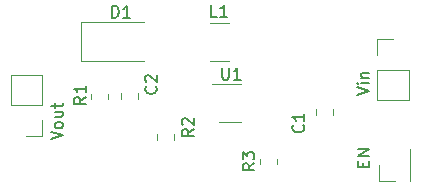
<source format=gbr>
%TF.GenerationSoftware,KiCad,Pcbnew,(5.1.10)-1*%
%TF.CreationDate,2021-11-09T18:22:06+08:00*%
%TF.ProjectId,mt3608,6d743336-3038-42e6-9b69-6361645f7063,rev?*%
%TF.SameCoordinates,Original*%
%TF.FileFunction,Legend,Top*%
%TF.FilePolarity,Positive*%
%FSLAX46Y46*%
G04 Gerber Fmt 4.6, Leading zero omitted, Abs format (unit mm)*
G04 Created by KiCad (PCBNEW (5.1.10)-1) date 2021-11-09 18:22:06*
%MOMM*%
%LPD*%
G01*
G04 APERTURE LIST*
%ADD10C,0.120000*%
%ADD11C,0.150000*%
G04 APERTURE END LIST*
D10*
%TO.C,C1*%
X65505000Y-45818748D02*
X65505000Y-46341252D01*
X64035000Y-45818748D02*
X64035000Y-46341252D01*
%TO.C,C2*%
X47565000Y-44478748D02*
X47565000Y-45001252D01*
X49035000Y-44478748D02*
X49035000Y-45001252D01*
%TO.C,D1*%
X44130000Y-38480000D02*
X44130000Y-41780000D01*
X44130000Y-41780000D02*
X49530000Y-41780000D01*
X44130000Y-38480000D02*
X49530000Y-38480000D01*
%TO.C,EN*%
X72060000Y-51910000D02*
X72060000Y-49250000D01*
X72000000Y-51910000D02*
X72060000Y-51910000D01*
X72000000Y-49250000D02*
X72060000Y-49250000D01*
X72000000Y-51910000D02*
X72000000Y-49250000D01*
X70730000Y-51910000D02*
X69400000Y-51910000D01*
X69400000Y-51910000D02*
X69400000Y-50580000D01*
%TO.C,L1*%
X56660000Y-38560000D02*
X55060000Y-38560000D01*
X56660000Y-41760000D02*
X55060000Y-41760000D01*
%TO.C,R1*%
X45015000Y-44522936D02*
X45015000Y-44977064D01*
X46485000Y-44522936D02*
X46485000Y-44977064D01*
%TO.C,R2*%
X50605000Y-48417064D02*
X50605000Y-47962936D01*
X52075000Y-48417064D02*
X52075000Y-47962936D01*
%TO.C,R3*%
X59305000Y-50487064D02*
X59305000Y-50032936D01*
X60775000Y-50487064D02*
X60775000Y-50032936D01*
%TO.C,U1*%
X55890000Y-46920000D02*
X57690000Y-46920000D01*
X57690000Y-43700000D02*
X55240000Y-43700000D01*
%TO.C,Vin*%
X69260000Y-45090000D02*
X71920000Y-45090000D01*
X69260000Y-42490000D02*
X69260000Y-45090000D01*
X71920000Y-42490000D02*
X71920000Y-45090000D01*
X69260000Y-42490000D02*
X71920000Y-42490000D01*
X69260000Y-41220000D02*
X69260000Y-39890000D01*
X69260000Y-39890000D02*
X70590000Y-39890000D01*
%TO.C,Vout*%
X40880000Y-48110000D02*
X39550000Y-48110000D01*
X40880000Y-46780000D02*
X40880000Y-48110000D01*
X40880000Y-45510000D02*
X38220000Y-45510000D01*
X38220000Y-45510000D02*
X38220000Y-42910000D01*
X40880000Y-45510000D02*
X40880000Y-42910000D01*
X40880000Y-42910000D02*
X38220000Y-42910000D01*
%TO.C,*%
D11*
%TO.C,C1*%
X62977142Y-47186666D02*
X63024761Y-47234285D01*
X63072380Y-47377142D01*
X63072380Y-47472380D01*
X63024761Y-47615238D01*
X62929523Y-47710476D01*
X62834285Y-47758095D01*
X62643809Y-47805714D01*
X62500952Y-47805714D01*
X62310476Y-47758095D01*
X62215238Y-47710476D01*
X62120000Y-47615238D01*
X62072380Y-47472380D01*
X62072380Y-47377142D01*
X62120000Y-47234285D01*
X62167619Y-47186666D01*
X63072380Y-46234285D02*
X63072380Y-46805714D01*
X63072380Y-46520000D02*
X62072380Y-46520000D01*
X62215238Y-46615238D01*
X62310476Y-46710476D01*
X62358095Y-46805714D01*
%TO.C,C2*%
X50497142Y-43906666D02*
X50544761Y-43954285D01*
X50592380Y-44097142D01*
X50592380Y-44192380D01*
X50544761Y-44335238D01*
X50449523Y-44430476D01*
X50354285Y-44478095D01*
X50163809Y-44525714D01*
X50020952Y-44525714D01*
X49830476Y-44478095D01*
X49735238Y-44430476D01*
X49640000Y-44335238D01*
X49592380Y-44192380D01*
X49592380Y-44097142D01*
X49640000Y-43954285D01*
X49687619Y-43906666D01*
X49687619Y-43525714D02*
X49640000Y-43478095D01*
X49592380Y-43382857D01*
X49592380Y-43144761D01*
X49640000Y-43049523D01*
X49687619Y-43001904D01*
X49782857Y-42954285D01*
X49878095Y-42954285D01*
X50020952Y-43001904D01*
X50592380Y-43573333D01*
X50592380Y-42954285D01*
%TO.C,D1*%
X46791904Y-38082380D02*
X46791904Y-37082380D01*
X47030000Y-37082380D01*
X47172857Y-37130000D01*
X47268095Y-37225238D01*
X47315714Y-37320476D01*
X47363333Y-37510952D01*
X47363333Y-37653809D01*
X47315714Y-37844285D01*
X47268095Y-37939523D01*
X47172857Y-38034761D01*
X47030000Y-38082380D01*
X46791904Y-38082380D01*
X48315714Y-38082380D02*
X47744285Y-38082380D01*
X48030000Y-38082380D02*
X48030000Y-37082380D01*
X47934761Y-37225238D01*
X47839523Y-37320476D01*
X47744285Y-37368095D01*
%TO.C,EN*%
X68068571Y-50728095D02*
X68068571Y-50394761D01*
X68592380Y-50251904D02*
X68592380Y-50728095D01*
X67592380Y-50728095D01*
X67592380Y-50251904D01*
X68592380Y-49823333D02*
X67592380Y-49823333D01*
X68592380Y-49251904D01*
X67592380Y-49251904D01*
%TO.C,L1*%
X55693333Y-38012380D02*
X55217142Y-38012380D01*
X55217142Y-37012380D01*
X56550476Y-38012380D02*
X55979047Y-38012380D01*
X56264761Y-38012380D02*
X56264761Y-37012380D01*
X56169523Y-37155238D01*
X56074285Y-37250476D01*
X55979047Y-37298095D01*
%TO.C,R1*%
X44562380Y-44806666D02*
X44086190Y-45140000D01*
X44562380Y-45378095D02*
X43562380Y-45378095D01*
X43562380Y-44997142D01*
X43610000Y-44901904D01*
X43657619Y-44854285D01*
X43752857Y-44806666D01*
X43895714Y-44806666D01*
X43990952Y-44854285D01*
X44038571Y-44901904D01*
X44086190Y-44997142D01*
X44086190Y-45378095D01*
X44562380Y-43854285D02*
X44562380Y-44425714D01*
X44562380Y-44140000D02*
X43562380Y-44140000D01*
X43705238Y-44235238D01*
X43800476Y-44330476D01*
X43848095Y-44425714D01*
%TO.C,R2*%
X53712380Y-47546666D02*
X53236190Y-47880000D01*
X53712380Y-48118095D02*
X52712380Y-48118095D01*
X52712380Y-47737142D01*
X52760000Y-47641904D01*
X52807619Y-47594285D01*
X52902857Y-47546666D01*
X53045714Y-47546666D01*
X53140952Y-47594285D01*
X53188571Y-47641904D01*
X53236190Y-47737142D01*
X53236190Y-48118095D01*
X52807619Y-47165714D02*
X52760000Y-47118095D01*
X52712380Y-47022857D01*
X52712380Y-46784761D01*
X52760000Y-46689523D01*
X52807619Y-46641904D01*
X52902857Y-46594285D01*
X52998095Y-46594285D01*
X53140952Y-46641904D01*
X53712380Y-47213333D01*
X53712380Y-46594285D01*
%TO.C,R3*%
X58842380Y-50426666D02*
X58366190Y-50760000D01*
X58842380Y-50998095D02*
X57842380Y-50998095D01*
X57842380Y-50617142D01*
X57890000Y-50521904D01*
X57937619Y-50474285D01*
X58032857Y-50426666D01*
X58175714Y-50426666D01*
X58270952Y-50474285D01*
X58318571Y-50521904D01*
X58366190Y-50617142D01*
X58366190Y-50998095D01*
X57842380Y-50093333D02*
X57842380Y-49474285D01*
X58223333Y-49807619D01*
X58223333Y-49664761D01*
X58270952Y-49569523D01*
X58318571Y-49521904D01*
X58413809Y-49474285D01*
X58651904Y-49474285D01*
X58747142Y-49521904D01*
X58794761Y-49569523D01*
X58842380Y-49664761D01*
X58842380Y-49950476D01*
X58794761Y-50045714D01*
X58747142Y-50093333D01*
%TO.C,U1*%
X56108095Y-42332380D02*
X56108095Y-43141904D01*
X56155714Y-43237142D01*
X56203333Y-43284761D01*
X56298571Y-43332380D01*
X56489047Y-43332380D01*
X56584285Y-43284761D01*
X56631904Y-43237142D01*
X56679523Y-43141904D01*
X56679523Y-42332380D01*
X57679523Y-43332380D02*
X57108095Y-43332380D01*
X57393809Y-43332380D02*
X57393809Y-42332380D01*
X57298571Y-42475238D01*
X57203333Y-42570476D01*
X57108095Y-42618095D01*
%TO.C,Vin*%
X67542380Y-44653809D02*
X68542380Y-44320476D01*
X67542380Y-43987142D01*
X68542380Y-43653809D02*
X67875714Y-43653809D01*
X67542380Y-43653809D02*
X67590000Y-43701428D01*
X67637619Y-43653809D01*
X67590000Y-43606190D01*
X67542380Y-43653809D01*
X67637619Y-43653809D01*
X67875714Y-43177619D02*
X68542380Y-43177619D01*
X67970952Y-43177619D02*
X67923333Y-43130000D01*
X67875714Y-43034761D01*
X67875714Y-42891904D01*
X67923333Y-42796666D01*
X68018571Y-42749047D01*
X68542380Y-42749047D01*
%TO.C,Vout*%
X41622380Y-48403809D02*
X42622380Y-48070476D01*
X41622380Y-47737142D01*
X42622380Y-47260952D02*
X42574761Y-47356190D01*
X42527142Y-47403809D01*
X42431904Y-47451428D01*
X42146190Y-47451428D01*
X42050952Y-47403809D01*
X42003333Y-47356190D01*
X41955714Y-47260952D01*
X41955714Y-47118095D01*
X42003333Y-47022857D01*
X42050952Y-46975238D01*
X42146190Y-46927619D01*
X42431904Y-46927619D01*
X42527142Y-46975238D01*
X42574761Y-47022857D01*
X42622380Y-47118095D01*
X42622380Y-47260952D01*
X41955714Y-46070476D02*
X42622380Y-46070476D01*
X41955714Y-46499047D02*
X42479523Y-46499047D01*
X42574761Y-46451428D01*
X42622380Y-46356190D01*
X42622380Y-46213333D01*
X42574761Y-46118095D01*
X42527142Y-46070476D01*
X41955714Y-45737142D02*
X41955714Y-45356190D01*
X41622380Y-45594285D02*
X42479523Y-45594285D01*
X42574761Y-45546666D01*
X42622380Y-45451428D01*
X42622380Y-45356190D01*
%TD*%
M02*

</source>
